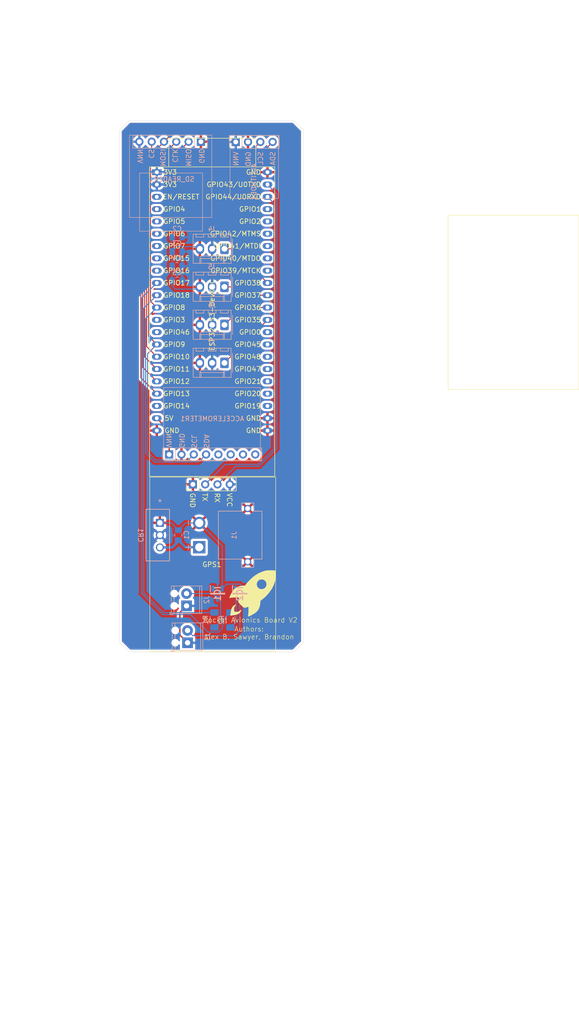
<source format=kicad_pcb>
(kicad_pcb (version 20240108) (generator "pcbnew") (generator_version "8.0")
  (layers (0 "F.Cu" signal) (31 "B.Cu" signal) (34 "B.Paste" user) (35 "F.Paste" user) (36 "B.SilkS" user "B.Silkscreen") (37 "F.SilkS" user "F.Silkscreen") (38 "B.Mask" user) (39 "F.Mask" user) (44 "Edge.Cuts" user))
  (net 0 "")
  (net 1 "SCL")
  (net 3 "GND")
  (net 4 "SDA")
  (net 6 "+5V")
  (net 9 "+3V3")
  (net 10 "TX")
  (net 11 "RX")
  (net 12 "CS")
  (net 13 "MOSI")
  (net 14 "CLK")
  (net 15 "MISO")
  (net 20 "Net-(IC1-B)")
  (net 21 "servo1")
  (net 31 "Net-(IC1-C)")
  (net 34 "servo2")
  (net 35 "Net-(CR1-VIN)")
  (net 36 "Net-(IC2-B)")
  (net 37 "Net-(IC2-C)")
  (net 38 "Parachute1")
  (net 39 "Parachute2")
  (net 40 "servo3")
  (net 41 "servo4")
  (footprint "Connector_PinHeader_2.54mm:PinHeader_1x04_P2.54mm_Vertical" (layer "F.Cu") (at 147.79 105.09 90)
    (property "Reference" "GPS1" (at -16.55 3.92 0) (layer "F.SilkS"))
    (property "Value" "Conn_01x04")
    (pad "1" thru_hole rect (at 0 0 90) (size 1.7 1.7) (drill 1) (layers "*.Cu" "*.Mask") (net 3 "GND"))
    (pad "2" thru_hole oval (at 0 2.54 90) (size 1.7 1.7) (drill 1) (layers "*.Cu" "*.Mask") (net 10 "TX"))
    (pad "3" thru_hole oval (at 0 5.08 90) (size 1.7 1.7) (drill 1) (layers "*.Cu" "*.Mask") (net 11 "RX"))
    (pad "4" thru_hole oval (at 0 7.62 90) (size 1.7 1.7) (drill 1) (layers "*.Cu" "*.Mask") (net 9 "+3V3"))
  )
  (footprint "LOGO" (layer "F.Cu") (at 160.02 127.635)
    (property "Reference" "G***" (hide yes))
    (property "Value" "LOGO" (hide yes))
  )
  (footprint "PCM_Espressif:ESP32-S3-DevKitC" (layer "F.Cu") (at 140.335 40.64)
    (property "Reference" "U1" (hide yes))
    (property "Value" "ESP32-S3-DevKitC" (at 11.42632 29.46128 90) (layer "F.SilkS"))
    (fp_text user "GPIO21" (at 21.59 43.18 0) (layer "F.SilkS") (effects (justify right)))
    (fp_text user "GPIO14" (at 1.27 48.26 0) (layer "F.SilkS") (effects (justify left)))
    (fp_text user "GPIO8" (at 1.27 27.94 0) (layer "F.SilkS") (effects (justify left)))
    (fp_text user "GPIO45" (at 21.59 35.56 0) (layer "F.SilkS") (effects (justify right)))
    (fp_text user "GPIO10" (at 1.27 38.1 0) (layer "F.SilkS") (effects (justify left)))
    (fp_text user "3V3" (at 1.27 2.54 0) (layer "F.SilkS") (effects (justify left)))
    (fp_text user "GPIO3" (at 1.27 30.48 0) (layer "F.SilkS") (effects (justify left)))
    (fp_text user "GPIO4" (at 1.27 7.62 0) (layer "F.SilkS") (effects (justify left)))
    (fp_text user "3V3" (at 1.27 0 0) (layer "F.SilkS") (effects (justify left)))
    (fp_text user "GND" (at 21.59 50.8 0) (layer "F.SilkS") (effects (justify right)))
    (fp_text user "GPIO40/MTDO" (at 21.59 17.78 0) (layer "F.SilkS") (effects (justify right)))
    (fp_text user "GPIO1" (at 21.59 7.62 0) (layer "F.SilkS") (effects (justify right)))
    (fp_text user "GPIO42/MTMS" (at 21.59 12.7 0) (layer "F.SilkS") (effects (justify right)))
    (fp_text user "GND" (at 21.59 53.34 0) (layer "F.SilkS") (effects (justify right)))
    (fp_text user "GPIO47" (at 21.59 40.64 0) (layer "F.SilkS") (effects (justify right)))
    (fp_text user "GPIO0" (at 21.59 33.02 0) (layer "F.SilkS") (effects (justify right)))
    (fp_text user "GND" (at 1.52032 53.33728 0) (layer "F.SilkS") (effects (justify left)))
    (fp_text user "GPIO15" (at 1.27 17.78 0) (layer "F.SilkS") (effects (justify left)))
    (fp_text user "GPIO35" (at 21.59 30.48 0) (layer "F.SilkS") (effects (justify right)))
    (fp_text user "GPIO43/U0TXD" (at 21.59 2.54 0) (layer "F.SilkS") (effects (justify right)))
    (fp_text user "GPIO7" (at 1.27 15.24 0) (layer "F.SilkS") (effects (justify left)))
    (fp_text user "GPIO9" (at 1.27 35.56 0) (layer "F.SilkS") (effects (justify left)))
    (fp_text user "GPIO38" (at 21.59 22.86 0) (layer "F.SilkS") (effects (justify right)))
    (fp_text user "GPIO39/MTCK" (at 21.59 20.32 0) (layer "F.SilkS") (effects (justify right)))
    (fp_text user "GPIO16" (at 1.27 20.32 0) (layer "F.SilkS") (effects (justify left)))
    (fp_text user "GPIO48" (at 21.59 38.1 0) (layer "F.SilkS") (effects (justify right)))
    (fp_text user "GPIO11" (at 1.27 40.64 0) (layer "F.SilkS") (effects (justify left)))
    (fp_text user "EN/RESET" (at 8.88632 5.07728 0) (layer "F.SilkS") (effects (justify right)))
    (fp_text user "GND" (at 21.59 0 0) (layer "F.SilkS") (effects (justify right)))
    (fp_text user "GPIO18" (at 1.27 25.4 0) (layer "F.SilkS") (effects (justify left)))
    (fp_text user "GPIO12" (at 1.27 43.18 0) (layer "F.SilkS") (effects (justify left)))
    (fp_text user "GPIO44/U0RXD" (at 21.59 5.08 0) (layer "F.SilkS") (effects (justify right)))
    (fp_text user "5V" (at 1.52032 50.79728 0) (layer "F.SilkS") (effects (justify left)))
    (fp_text user "GPIO19" (at 21.59 48.26 0) (layer "F.SilkS") (effects (justify right)))
    (fp_text user "GPIO20" (at 21.59 45.72 0) (layer "F.SilkS") (effects (justify right)))
    (fp_text user "GPIO6" (at 1.27 12.7 0) (layer "F.SilkS") (effects (justify left)))
    (fp_text user "GPIO36" (at 21.59 27.94 0) (layer "F.SilkS") (effects (justify right)))
    (fp_text user "GPIO17" (at 1.27 22.86 0) (layer "F.SilkS") (effects (justify left)))
    (fp_text user "GPIO5" (at 1.27 10.16 0) (layer "F.SilkS") (effects (justify left)))
    (fp_text user "GPIO46" (at 1.27 33.02 0) (layer "F.SilkS") (effects (justify left)))
    (fp_text user "GPIO37" (at 21.59 25.4 0) (layer "F.SilkS") (effects (justify right)))
    (fp_text user "GPIO13" (at 1.27 45.72 0) (layer "F.SilkS") (effects (justify left)))
    (fp_text user "GPIO41/MTDI" (at 21.59 15.24 0) (layer "F.SilkS") (effects (justify right)))
    (fp_text user "GPIO2" (at 21.59 10.16 0) (layer "F.SilkS") (effects (justify right)))
    (pad "1" thru_hole rect (at 0 0 270) (size 1.2 2) (drill 0.8) (layers "*.Cu" "*.Mask") (net 9 "+3V3"))
    (pad "2" thru_hole oval (at 0 2.54 270) (size 1.2 2) (drill 0.8) (layers "*.Cu" "*.Mask") (net 9 "+3V3"))
    (pad "3" thru_hole oval (at 0 5.08 270) (size 1.2 2) (drill 0.8) (layers "*.Cu" "*.Mask"))
    (pad "4" thru_hole oval (at 0 7.62 270) (size 1.2 2) (drill 0.8) (layers "*.Cu" "*.Mask"))
    (pad "5" thru_hole oval (at 0 10.16 270) (size 1.2 2) (drill 0.8) (layers "*.Cu" "*.Mask"))
    (pad "6" thru_hole oval (at 0 12.7 270) (size 1.2 2) (drill 0.8) (layers "*.Cu" "*.Mask"))
    (pad "7" thru_hole oval (at 0 15.24 270) (size 1.2 2) (drill 0.8) (layers "*.Cu" "*.Mask"))
    (pad "8" thru_hole oval (at 0 17.78 270) (size 1.2 2) (drill 0.8) (layers "*.Cu" "*.Mask"))
    (pad "9" thru_hole oval (at 0 20.32 270) (size 1.2 2) (drill 0.8) (layers "*.Cu" "*.Mask"))
    (pad "10" thru_hole oval (at 0 22.86 270) (size 1.2 2) (drill 0.8) (layers "*.Cu" "*.Mask") (net 39 "Parachute2"))
    (pad "11" thru_hole oval (at 0 25.4 270) (size 1.2 2) (drill 0.8) (layers "*.Cu" "*.Mask") (net 38 "Parachute1"))
    (pad "12" thru_hole oval (at 0 27.94 270) (size 1.2 2) (drill 0.8) (layers "*.Cu" "*.Mask") (net 4 "SDA"))
    (pad "13" thru_hole oval (at 0 30.48 270) (size 1.2 2) (drill 0.8) (layers "*.Cu" "*.Mask"))
    (pad "14" thru_hole oval (at 0 33.02 270) (size 1.2 2) (drill 0.8) (layers "*.Cu" "*.Mask"))
    (pad "15" thru_hole oval (at 0 35.56 270) (size 1.2 2) (drill 0.8) (layers "*.Cu" "*.Mask") (net 1 "SCL"))
    (pad "16" thru_hole oval (at 0 38.1 270) (size 1.2 2) (drill 0.8) (layers "*.Cu" "*.Mask") (net 12 "CS"))
    (pad "17" thru_hole oval (at 0 40.64 270) (size 1.2 2) (drill 0.8) (layers "*.Cu" "*.Mask") (net 13 "MOSI"))
    (pad "18" thru_hole oval (at 0 43.18 270) (size 1.2 2) (drill 0.8) (layers "*.Cu" "*.Mask") (net 14 "CLK"))
    (pad "19" thru_hole oval (at 0 45.72 270) (size 1.2 2) (drill 0.8) (layers "*.Cu" "*.Mask") (net 15 "MISO"))
    (pad "20" thru_hole oval (at -0.00368 48.25728 270) (size 1.2 2) (drill 0.8) (layers "*.Cu" "*.Mask"))
    (pad "21" thru_hole oval (at -0.00368 50.79728 270) (size 1.2 2) (drill 0.8) (layers "*.Cu" "*.Mask") (net 6 "+5V"))
    (pad "22" thru_hole oval (at -0.00368 53.33728 270) (size 1.2 2) (drill 0.8) (layers "*.Cu" "*.Mask") (net 3 "GND"))
    (pad "23" thru_hole oval (at 22.86 53.34 270) (size 1.2 2) (drill 0.8) (layers "*.Cu" "*.Mask") (net 3 "GND"))
    (pad "24" thru_hole oval (at 22.86 50.8 270) (size 1.2 2) (drill 0.8) (layers "*.Cu" "*.Mask") (net 3 "GND"))
    (pad "25" thru_hole oval (at 22.86 48.26 270) (size 1.2 2) (drill 0.8) (layers "*.Cu" "*.Mask"))
    (pad "26" thru_hole oval (at 22.86 45.72 270) (size 1.2 2) (drill 0.8) (layers "*.Cu" "*.Mask"))
    (pad "27" thru_hole oval (at 22.86 43.18 270) (size 1.2 2) (drill 0.8) (layers "*.Cu" "*.Mask"))
    (pad "28" thru_hole oval (at 22.86 40.64 270) (size 1.2 2) (drill 0.8) (layers "*.Cu" "*.Mask"))
    (pad "29" thru_hole oval (at 22.86 38.1 270) (size 1.2 2) (drill 0.8) (layers "*.Cu" "*.Mask"))
    (pad "30" thru_hole oval (at 22.86 35.56 270) (size 1.2 2) (drill 0.8) (layers "*.Cu" "*.Mask"))
    (pad "31" thru_hole oval (at 22.86 33.02 270) (size 1.2 2) (drill 0.8) (layers "*.Cu" "*.Mask"))
    (pad "32" thru_hole oval (at 22.86 30.48 270) (size 1.2 2) (drill 0.8) (layers "*.Cu" "*.Mask") (net 41 "servo4"))
    (pad "33" thru_hole oval (at 22.86 27.94 270) (size 1.2 2) (drill 0.8) (layers "*.Cu" "*.Mask") (net 40 "servo3"))
    (pad "34" thru_hole oval (at 22.86 25.4 270) (size 1.2 2) (drill 0.8) (layers "*.Cu" "*.Mask") (net 34 "servo2"))
    (pad "35" thru_hole oval (at 22.86 22.86 270) (size 1.2 2) (drill 0.8) (layers "*.Cu" "*.Mask") (net 21 "servo1"))
    (pad "36" thru_hole oval (at 22.86 20.32 270) (size 1.2 2) (drill 0.8) (layers "*.Cu" "*.Mask"))
    (pad "37" thru_hole oval (at 22.86 17.78 270) (size 1.2 2) (drill 0.8) (layers "*.Cu" "*.Mask"))
    (pad "38" thru_hole oval (at 22.86 15.24 270) (size 1.2 2) (drill 0.8) (layers "*.Cu" "*.Mask"))
    (pad "39" thru_hole oval (at 22.86 12.7 270) (size 1.2 2) (drill 0.8) (layers "*.Cu" "*.Mask"))
    (pad "40" thru_hole oval (at 22.86 10.16 270) (size 1.2 2) (drill 0.8) (layers "*.Cu" "*.Mask"))
    (pad "41" thru_hole oval (at 22.86 7.62 270) (size 1.2 2) (drill 0.8) (layers "*.Cu" "*.Mask"))
    (pad "42" thru_hole oval (at 22.86 5.08 270) (size 1.2 2) (drill 0.8) (layers "*.Cu" "*.Mask") (net 10 "TX"))
    (pad "43" thru_hole oval (at 22.86 2.54 270) (size 1.2 2) (drill 0.8) (layers "*.Cu" "*.Mask") (net 11 "RX"))
    (pad "44" thru_hole oval (at 22.86 0 270) (size 1.2 2) (drill 0.8) (layers "*.Cu" "*.Mask") (net 3 "GND"))
  )
  (footprint "Connector_Molex:Molex_KK-254_AE-6410-03A_1x03_P2.54mm_Vertical" (layer "B.Cu") (at 154.305 56.46 180)
    (property "Reference" "J4" (at 2.54 4.12 0) (layer "B.SilkS") (effects (justify mirror)))
    (property "Value" "Conn_01x03")
    (pad "1" thru_hole roundrect (at 0 0 180) (size 1.74 2.19) (drill 1.19) (layers "*.Cu" "*.Mask") (roundrect_rratio 0.143678) (net 21 "servo1"))
    (pad "2" thru_hole oval (at 2.54 0 180) (size 1.74 2.19) (drill 1.19) (layers "*.Cu" "*.Mask") (net 9 "+3V3"))
    (pad "3" thru_hole oval (at 5.08 0 180) (size 1.74 2.19) (drill 1.19) (layers "*.Cu" "*.Mask") (net 3 "GND"))
  )
  (footprint "Resistor_SMD:R_1206_3216Metric_Pad1.30x1.75mm_HandSolder" (layer "B.Cu") (at 155.535 133.08 -90)
    (property "Reference" "R2" (at 0 1.82 90) (layer "B.SilkS") (effects (justify mirror)))
    (property "Value" "R_US")
    (pad "1" smd roundrect (at -1.55 0 270) (size 1.3 1.75) (layers "B.Cu" "B.Paste" "B.Mask") (roundrect_rratio 0.192308) (net 39 "Parachute2"))
    (pad "2" smd roundrect (at 1.55 0 270) (size 1.3 1.75) (layers "B.Cu" "B.Paste" "B.Mask") (roundrect_rratio 0.192308) (net 36 "Net-(IC2-B)"))
  )
  (footprint "TerminalBlock_Phoenix:TerminalBlock_Phoenix_MPT-0,5-2-2.54_1x02_P2.54mm_Horizontal" (layer "B.Cu") (at 146.685 137.795 90)
    (property "Reference" "J3" (at 1.27 4.16 90) (layer "B.SilkS") (effects (justify mirror)))
    (property "Value" "Screw_Terminal_01x02")
    (pad "" np_thru_hole circle (at 0 -2.54 90) (size 1.1 1.1) (drill 1.1) (layers "*.Cu" "*.Mask"))
    (pad "" np_thru_hole circle (at 2.54 -2.54 90) (size 1.1 1.1) (drill 1.1) (layers "*.Cu" "*.Mask"))
    (pad "1" thru_hole rect (at 0 0 90) (size 2.2 2.2) (drill 1.1) (layers "*.Cu" "*.Mask") (net 9 "+3V3"))
    (pad "2" thru_hole circle (at 2.54 0 90) (size 2.2 2.2) (drill 1.1) (layers "*.Cu" "*.Mask") (net 37 "Net-(IC2-C)"))
  )
  (footprint "SamacSys_Parts:SOT96P237X111-3N" (layer "B.Cu") (at 152.895 127.655 -90)
    (property "Reference" "IC1" (at 0 0 90) (layer "B.SilkS") (effects (font (size 1.27 1.27) (thickness 0.254)) (justify mirror)))
    (property "Value" "MMBT2222ALT1G" (hide yes))
    (pad "1" smd rect (at -1.05 0.955 180) (size 0.6 1.25) (layers "B.Cu" "B.Paste" "B.Mask") (net 20 "Net-(IC1-B)"))
    (pad "2" smd rect (at -1.05 -0.955 180) (size 0.6 1.25) (layers "B.Cu" "B.Paste" "B.Mask") (net 3 "GND"))
    (pad "3" smd rect (at 1.05 0 180) (size 0.6 1.25) (layers "B.Cu" "B.Paste" "B.Mask") (net 31 "Net-(IC1-C)"))
  )
  (footprint "Connector_Molex:Molex_KK-254_AE-6410-03A_1x03_P2.54mm_Vertical" (layer "B.Cu") (at 154.305 80.01 180)
    (property "Reference" "J7" (at 2.54 4.12 0) (layer "B.SilkS") (effects (justify mirror)))
    (property "Value" "Conn_01x03")
    (pad "1" thru_hole roundrect (at 0 0 180) (size 1.74 2.19) (drill 1.19) (layers "*.Cu" "*.Mask") (roundrect_rratio 0.143678) (net 41 "servo4"))
    (pad "2" thru_hole oval (at 2.54 0 180) (size 1.74 2.19) (drill 1.19) (layers "*.Cu" "*.Mask") (net 9 "+3V3"))
    (pad "3" thru_hole oval (at 5.08 0 180) (size 1.74 2.19) (drill 1.19) (layers "*.Cu" "*.Mask") (net 3 "GND"))
  )
  (footprint "SamacSys_Parts:SOT96P237X111-3N" (layer "B.Cu") (at 157.485 127.655 -90)
    (property "Reference" "IC2" (at 0 0 90) (layer "B.SilkS") (effects (font (size 1.27 1.27) (thickness 0.254)) (justify mirror)))
    (property "Value" "MMBT2222ALT1G" (hide yes))
    (pad "1" smd rect (at -1.05 0.955 180) (size 0.6 1.25) (layers "B.Cu" "B.Paste" "B.Mask") (net 36 "Net-(IC2-B)"))
    (pad "2" smd rect (at -1.05 -0.955 180) (size 0.6 1.25) (layers "B.Cu" "B.Paste" "B.Mask") (net 3 "GND"))
    (pad "3" smd rect (at 1.05 0 180) (size 0.6 1.25) (layers "B.Cu" "B.Paste" "B.Mask") (net 37 "Net-(IC2-C)"))
  )
  (footprint "Capacitor_SMD:C_0805_2012Metric_Pad1.18x1.45mm_HandSolder" (layer "B.Cu") (at 144.525 63.05 180)
    (property "Reference" "C5" (at 0 1.68 0) (layer "B.SilkS") (effects (justify mirror)))
    (property "Value" "C")
    (pad "1" smd roundrect (at -1.0375 0 180) (size 1.175 1.45) (layers "B.Cu" "B.Paste" "B.Mask") (roundrect_rratio 0.212766) (net 9 "+3V3"))
    (pad "2" smd roundrect (at 1.0375 0 180) (size 1.175 1.45) (layers "B.Cu" "B.Paste" "B.Mask") (roundrect_rratio 0.212766) (net 3 "GND"))
  )
  (footprint "Connector_PinHeader_2.54mm:PinHeader_1x06_P2.54mm_Vertical" (layer "B.Cu") (at 149.43685 34.339183 90)
    (property "Reference" "SD_READER1" (at -7.740817 -6.006849 0) (layer "B.SilkS") (effects (justify mirror)))
    (property "Value" "Conn_01x06")
    (pad "1" thru_hole rect (at 0 0 90) (size 1.7 1.7) (drill 1) (layers "*.Cu" "*.Mask") (net 3 "GND"))
    (pad "2" thru_hole oval (at 0 -2.54 90) (size 1.7 1.7) (drill 1) (layers "*.Cu" "*.Mask") (net 15 "MISO"))
    (pad "3" thru_hole oval (at 0 -5.08 90) (size 1.7 1.7) (drill 1) (layers "*.Cu" "*.Mask") (net 14 "CLK"))
    (pad "4" thru_hole oval (at 0 -7.62 90) (size 1.7 1.7) (drill 1) (layers "*.Cu" "*.Mask") (net 13 "MOSI"))
    (pad "5" thru_hole oval (at 0 -10.16 90) (size 1.7 1.7) (drill 1) (layers "*.Cu" "*.Mask") (net 12 "CS"))
    (pad "6" thru_hole oval (at 0 -12.7 90) (size 1.7 1.7) (drill 1) (layers "*.Cu" "*.Mask") (net 9 "+3V3"))
  )
  (footprint "Connector_Molex:Molex_KK-254_AE-6410-03A_1x03_P2.54mm_Vertical" (layer "B.Cu") (at 154.305 72.16 180)
    (property "Reference" "J6" (at 2.54 4.12 0) (layer "B.SilkS") (effects (justify mirror)))
    (property "Value" "Conn_01x03")
    (pad "1" thru_hole roundrect (at 0 0 180) (size 1.74 2.19) (drill 1.19) (layers "*.Cu" "*.Mask") (roundrect_rratio 0.143678) (net 40 "servo3"))
    (pad "2" thru_hole oval (at 2.54 0 180) (size 1.74 2.19) (drill 1.19) (layers "*.Cu" "*.Mask") (net 9 "+3V3"))
    (pad "3" thru_hole oval (at 5.08 0 180) (size 1.74 2.19) (drill 1.19) (layers "*.Cu" "*.Mask") (net 3 "GND"))
  )
  (footprint "XT30PW-M:AMASS_XT30PW-M" (layer "B.Cu") (at 159.09925 115.57 90)
    (property "Reference" "J1" (at -0.0625 -2.81 90) (layer "B.SilkS") (effects (justify mirror)))
    (property "Value" "XT30PW-M")
    (pad "N" thru_hole circle (at 2.5 -10 90) (size 2.55 2.55) (drill 1.7) (layers "*.Cu" "*.Mask") (net 3 "GND"))
    (pad "P" thru_hole rect (at -2.5 -10 90) (size 2.55 2.55) (drill 1.7) (layers "*.Cu" "*.Mask") (net 35 "Net-(CR1-VIN)"))
    (pad "S1" thru_hole circle (at 5.5 0 90) (size 1.508 1.508) (drill 1) (layers "*.Cu" "*.Mask") (net 3 "GND"))
    (pad "S2" thru_hole circle (at -5.5 0 90) (size 1.508 1.508) (drill 1) (layers "*.Cu" "*.Mask") (net 3 "GND"))
  )
  (footprint "LD1117V33:TO-220_STM" (layer "B.Cu") (at 140.97 113.03 -90)
    (property "Reference" "CR1" (at 2.54 4 -90) (layer "B.SilkS") (effects (justify mirror)))
    (property "Value" "LD1117V33")
    (pad "1" thru_hole rect (at 0 0 270) (size 1.651 1.651) (drill 1.143) (layers "*.Cu" "*.Mask") (net 3 "GND"))
    (pad "2" thru_hole circle (at 2.54 0 270) (size 1.651 1.651) (drill 1.143) (layers "*.Cu" "*.Mask") (net 9 "+3V3"))
    (pad "3" thru_hole circle (at 5.08 0 270) (size 1.651 1.651) (drill 1.143) (layers "*.Cu" "*.Mask") (net 35 "Net-(CR1-VIN)"))
  )
  (footprint "Resistor_SMD:R_1206_3216Metric_Pad1.30x1.75mm_HandSolder" (layer "B.Cu") (at 152.245 133.08 -90)
    (property "Reference" "R1" (at 0 1.82 90) (layer "B.SilkS") (effects (justify mirror)))
    (property "Value" "R_US")
    (pad "1" smd roundrect (at -1.55 0 270) (size 1.3 1.75) (layers "B.Cu" "B.Paste" "B.Mask") (roundrect_rratio 0.192308) (net 38 "Parachute1"))
    (pad "2" smd roundrect (at 1.55 0 270) (size 1.3 1.75) (layers "B.Cu" "B.Paste" "B.Mask") (roundrect_rratio 0.192308) (net 20 "Net-(IC1-B)"))
  )
  (footprint "Capacitor_SMD:C_0805_2012Metric_Pad1.18x1.45mm_HandSolder" (layer "B.Cu") (at 144.525 54.02 180)
    (property "Reference" "C2" (at 0 1.68 0) (layer "B.SilkS") (effects (justify mirror)))
    (property "Value" "C")
    (pad "1" smd roundrect (at -1.0375 0 180) (size 1.175 1.45) (layers "B.Cu" "B.Paste" "B.Mask") (roundrect_rratio 0.212766) (net 9 "+3V3"))
    (pad "2" smd roundrect (at 1.0375 0 180) (size 1.175 1.45) (layers "B.Cu" "B.Paste" "B.Mask") (roundrect_rratio 0.212766) (net 3 "GND"))
  )
  (footprint "Capacitor_SMD:C_0805_2012Metric_Pad1.18x1.45mm_HandSolder" (layer "B.Cu") (at 144.525 57.03 180)
    (property "Reference" "C3" (at 0 1.68 0) (layer "B.SilkS") (effects (justify mirror)))
    (property "Value" "C")
    (pad "1" smd roundrect (at -1.0375 0 180) (size 1.175 1.45) (layers "B.Cu" "B.Paste" "B.Mask") (roundrect_rratio 0.212766) (net 9 "+3V3"))
    (pad "2" smd roundrect (at 1.0375 0 180) (size 1.175 1.45) (layers "B.Cu" "B.Paste" "B.Mask") (roundrect_rratio 0.212766) (net 3 "GND"))
  )
  (footprint "TerminalBlock_Phoenix:TerminalBlock_Phoenix_MPT-0,5-2-2.54_1x02_P2.54mm_Horizontal" (layer "B.Cu") (at 146.475 130.175 90)
    (property "Reference" "J2" (at 1.27 4.16 90) (layer "B.SilkS") (effects (justify mirror)))
    (property "Value" "Screw_Terminal_01x02")
    (pad "" np_thru_hole circle (at 0 -2.54 90) (size 1.1 1.1) (drill 1.1) (layers "*.Cu" "*.Mask"))
    (pad "" np_thru_hole circle (at 2.54 -2.54 90) (size 1.1 1.1) (drill 1.1) (layers "*.Cu" "*.Mask"))
    (pad "1" thru_hole rect (at 0 0 90) (size 2.2 2.2) (drill 1.1) (layers "*.Cu" "*.Mask") (net 9 "+3V3"))
    (pad "2" thru_hole circle (at 2.54 0 90) (size 2.2 2.2) (drill 1.1) (layers "*.Cu" "*.Mask") (net 31 "Net-(IC1-C)"))
  )
  (footprint "Connector_Molex:Molex_KK-254_AE-6410-03A_1x03_P2.54mm_Vertical" (layer "B.Cu") (at 154.305 64.31 180)
    (property "Reference" "J5" (at 2.54 4.12 0) (layer "B.SilkS") (effects (justify mirror)))
    (property "Value" "Conn_01x03")
    (pad "1" thru_hole roundrect (at 0 0 180) (size 1.74 2.19) (drill 1.19) (layers "*.Cu" "*.Mask") (roundrect_rratio 0.143678) (net 34 "servo2"))
    (pad "2" thru_hole oval (at 2.54 0 180) (size 1.74 2.19) (drill 1.19) (layers "*.Cu" "*.Mask") (net 9 "+3V3"))
    (pad "3" thru_hole oval (at 5.08 0 180) (size 1.74 2.19) (drill 1.19) (layers "*.Cu" "*.Mask") (net 3 "GND"))
  )
  (footprint "Connector_PinHeader_2.54mm:PinHeader_1x08_P2.54mm_Vertical" (layer "B.Cu") (at 142.89 98.917093 -90)
    (property "Reference" "ACCELEROMETER1" (at -7.383017 -8.89 0) (layer "B.SilkS") (effects (justify mirror)))
    (property "Value" "Conn_01x08")
    (pad "1" thru_hole rect (at 0 0 270) (size 1.7 1.7) (drill 1) (layers "*.Cu" "*.Mask") (net 6 "+5V"))
    (pad "2" thru_hole oval (at 0 -2.54 270) (size 1.7 1.7) (drill 1) (layers "*.Cu" "*.Mask") (net 3 "GND"))
    (pad "3" thru_hole oval (at 0 -5.08 270) (size 1.7 1.7) (drill 1) (layers "*.Cu" "*.Mask") (net 1 "SCL"))
    (pad "4" thru_hole oval (at 0 -7.62 270) (size 1.7 1.7) (drill 1) (layers "*.Cu" "*.Mask") (net 4 "SDA"))
    (pad "5" thru_hole oval (at 0 -10.16 270) (size 1.7 1.7) (drill 1) (layers "*.Cu" "*.Mask"))
    (pad "6" thru_hole oval (at 0 -12.7 270) (size 1.7 1.7) (drill 1) (layers "*.Cu" "*.Mask"))
    (pad "7" thru_hole oval (at 0 -15.24 270) (size 1.7 1.7) (drill 1) (layers "*.Cu" "*.Mask"))
    (pad "8" thru_hole oval (at 0 -17.78 270) (size 1.7 1.7) (drill 1) (layers "*.Cu" "*.Mask"))
  )
  (footprint "Connector_PinHeader_2.54mm:PinHeader_1x04_P2.54mm_Vertical" (layer "B.Cu") (at 156.635 34.385 -90)
    (property "Reference" "ALTITUDE1" (at 8.255 -3.751729 90) (layer "B.SilkS") (effects (justify mirror)))
    (property "Value" "Conn_01x04")
    (pad "1" thru_hole rect (at 0 0 270) (size 1.7 1.7) (drill 1) (layers "*.Cu" "*.Mask") (net 9 "+3V3"))
    (pad "2" thru_hole oval (at 0 -2.54 270) (size 1.7 1.7) (drill 1) (layers "*.Cu" "*.Mask") (net 3 "GND"))
    (pad "3" thru_hole oval (at 0 -5.08 270) (size 1.7 1.7) (drill 1) (layers "*.Cu" "*.Mask") (net 1 "SCL"))
    (pad "4" thru_hole oval (at 0 -7.62 270) (size 1.7 1.7) (drill 1) (layers "*.Cu" "*.Mask") (net 4 "SDA"))
  )
  (footprint "Capacitor_SMD:C_0805_2012Metric_Pad1.18x1.45mm_HandSolder" (layer "B.Cu") (at 144.78 115.57 90)
    (property "Reference" "C1" (at 0 1.68 90) (layer "B.SilkS") (effects (justify mirror)))
    (property "Value" "C")
    (pad "1" smd roundrect (at -1.0375 0 90) (size 1.175 1.45) (layers "B.Cu" "B.Paste" "B.Mask") (roundrect_rratio 0.212766) (net 35 "Net-(CR1-VIN)"))
    (pad "2" smd roundrect (at 1.0375 0 90) (size 1.175 1.45) (layers "B.Cu" "B.Paste" "B.Mask") (roundrect_rratio 0.212766) (net 3 "GND"))
  )
  (footprint "Capacitor_SMD:C_0805_2012Metric_Pad1.18x1.45mm_HandSolder" (layer "B.Cu") (at 144.525 60.04 180)
    (property "Reference" "C4" (at 0 1.68 0) (layer "B.SilkS") (effects (justify mirror)))
    (property "Value" "C")
    (pad "1" smd roundrect (at -1.0375 0 180) (size 1.175 1.45) (layers "B.Cu" "B.Paste" "B.Mask") (roundrect_rratio 0.212766) (net 9 "+3V3"))
    (pad "2" smd roundrect (at 1.0375 0 180) (size 1.175 1.45) (layers "B.Cu" "B.Paste" "B.Mask") (roundrect_rratio 0.212766) (net 3 "GND"))
  )
  (gr_rect (start 155.466729 33.071329) (end 165.466729 46.071329) (stroke (width 0.1)) (fill none) (layer "B.SilkS"))
  (gr_rect (start 136.780001 40.81) (end 149.780001 52.81) (stroke (width 0.1)) (fill none) (layer "B.SilkS"))
  (gr_rect (start 141.737509 85.09) (end 161.737509 100.09) (stroke (width 0.1)) (fill none) (layer "B.SilkS"))
  (gr_rect (start 134.685001 32.985) (end 151.685001 49.985) (stroke (width 0.1)) (fill none) (layer "B.SilkS"))
  (gr_rect (start 200.5 49.5) (end 227.5 85.5) (stroke (width 0.1)) (fill none) (layer "F.SilkS"))
  (gr_rect (start 138.89 103.6) (end 164.89 139.6) (stroke (width 0.1)) (fill none) (layer "F.SilkS"))
  (gr_line (start 170.605 31.94) (end 168.605 29.94) (stroke (width 0.05)) (layer "Edge.Cuts"))
  (gr_line (start 132.605 31.94) (end 132.62 137.7) (stroke (width 0.05)) (layer "Edge.Cuts"))
  (gr_line (start 170.62 137.7) (end 168.62 139.7) (stroke (width 0.05)) (layer "Edge.Cuts"))
  (gr_line (start 134.62 139.7) (end 132.62 137.7) (stroke (width 0.05)) (layer "Edge.Cuts"))
  (gr_line (start 170.605 31.94) (end 170.62 137.7) (stroke (width 0.05)) (layer "Edge.Cuts"))
  (gr_line (start 134.605 29.94) (end 132.605 31.94) (stroke (width 0.05)) (layer "Edge.Cuts"))
  (gr_line (start 168.605 29.94) (end 134.605 29.94) (stroke (width 0.05)) (layer "Edge.Cuts"))
  (gr_line (start 168.62 139.7) (end 134.62 139.7) (stroke (width 0.05)) (layer "Edge.Cuts"))
  (gr_text "SDA" (at 149.992509 97.67 -90) (layer "B.SilkS") (effects (font (size 1 1)) (justify left bottom mirror)))
  (gr_text "MOSI" (at 140.97 39.54 -90) (layer "B.SilkS") (effects (font (size 1 1)) (justify left bottom mirror)))
  (gr_text "GND" (at 148.995001 38.905 -90) (layer "B.SilkS") (effects (font (size 1 1)) (justify left bottom mirror)))
  (gr_text "GND" (at 144.912509 97.67 -90) (layer "B.SilkS") (effects (font (size 1 1)) (justify left bottom mirror)))
  (gr_text "CLK" (at 143.51 38.735 -90) (layer "B.SilkS") (effects (font (size 1 1)) (justify left bottom mirror)))
  (gr_text "GND" (at 159.81 36.29 90) (layer "B.SilkS") (effects (font (size 1 1)) (justify left bottom mirror)))
  (gr_text "SCL" (at 162.35 36.29 90) (layer "B.SilkS") (effects (font (size 1 1)) (justify left bottom mirror)))
  (gr_text "VNN" (at 136.295001 38.905 -90) (layer "B.SilkS") (effects (font (size 1 1)) (justify left bottom mirror)))
  (gr_text "VNN" (at 142.225 97.587093 -90) (layer "B.SilkS") (effects (font (size 1 1)) (justify left bottom mirror)))
  (gr_text "CS" (at 138.600714 37.897143 -90) (layer "B.SilkS") (effects (font (size 1 1)) (justify left bottom mirror)))
  (gr_text "MISO" (at 146.256678 39.537749 -90) (layer "B.SilkS") (effects (font (size 1 1)) (justify left bottom mirror)))
  (gr_text "SCL" (at 147.452509 97.67 -90) (layer "B.SilkS") (effects (font (size 1 1)) (justify left bottom mirror)))
  (gr_text "VNN" (at 157.27 36.29 90) (layer "B.SilkS") (effects (font (size 1 1)) (justify left bottom mirror)))
  (gr_text "SDA" (at 164.89 36.29 90) (layer "B.SilkS") (effects (font (size 1 1)) (justify left bottom mirror)))
  (gr_text "VCC" (at 154.765 106.775 -90) (layer "F.SilkS") (effects (font (size 1 1)) (justify left bottom)))
  (gr_text "TX" (at 149.685 106.775 -90) (layer "F.SilkS") (effects (font (size 1 1)) (justify left bottom)))
  (gr_text "Rocket Avionics Board V2" (at 149.845 133.695 0) (layer "F.SilkS") (effects (font (size 1 1) (thickness 0.1)) (justify left bottom)))
  (gr_text "RX" (at 152.225 106.775 -90) (layer "F.SilkS") (effects (font (size 1 1)) (justify left bottom)))
  (gr_text "Authors:\nAlex B, Sawyer, Brandon" (at 159.385 137.16 0) (layer "F.SilkS") (effects (font (size 1 1) (thickness 0.1)) (justify bottom)))
  (gr_text "GND" (at 147.145 106.775 -90) (layer "F.SilkS") (effects (font (size 1 1)) (justify left bottom)))
  (segment (start 161.715 34.385) (end 157.765 38.335) (width 0.2) (layer "F.Cu") (net 1))
  (segment (start 138.635 39.234314) (end 138.635 74.5) (width 0.2) (layer "F.Cu") (net 1))
  (segment (start 138.635 74.5) (end 140.335 76.2) (width 0.2) (layer "F.Cu") (net 1))
  (segment (start 139.534314 38.335) (end 138.635 39.234314) (width 0.2) (layer "F.Cu") (net 1))
  (segment (start 157.765 38.335) (end 139.534314 38.335) (width 0.2) (layer "F.Cu") (net 1))
  (segment (start 140.072093 100.067093) (end 138.43 98.425) (width 0.2) (layer "B.Cu") (net 1))
  (segment (start 146.82 100.067093) (end 140.072093 100.067093) (width 0.2) (layer "B.Cu") (net 1))
  (segment (start 147.97 98.917093) (end 146.82 100.067093) (width 0.2) (layer "B.Cu") (net 1))
  (segment (start 138.43 98.425) (end 138.43 78.105) (width 0.2) (layer "B.Cu") (net 1))
  (segment (start 138.43 78.105) (end 140.335 76.2) (width 0.2) (layer "B.Cu") (net 1))
  (segment (start 148.765 64.77) (end 149.225 64.31) (width 0.2) (layer "B.Cu") (net 3))
  (segment (start 143.4875 57.03) (end 144.5125 56.005) (width 0.2) (layer "B.Cu") (net 3))
  (segment (start 143.4875 54.02) (end 143.4875 63.05) (width 0.2) (layer "B.Cu") (net 3))
  (segment (start 149.09925 113.07) (end 146.2425 113.07) (width 0.2) (layer "B.Cu") (net 3))
  (segment (start 154.775 125.68) (end 157.515 125.68) (width 0.2) (layer "B.Cu") (net 3))
  (segment (start 153.85 117.82075) (end 153.85 126.605) (width 0.2) (layer "B.Cu") (net 3))
  (segment (start 143.4875 64.1125) (end 144.145 64.77) (width 0.2) (layer "B.Cu") (net 3))
  (segment (start 143.2775 113.03) (end 140.97 113.03) (width 0.2) (layer "B.Cu") (net 3))
  (segment (start 149.09925 113.07) (end 153.85 117.82075) (width 0.2) (layer "B.Cu") (net 3))
  (segment (start 144.5125 56.005) (end 148.77 56.005) (width 0.2) (layer "B.Cu") (net 3))
  (segment (start 146.2425 113.07) (end 144.78 114.5325) (width 0.2) (layer "B.Cu") (net 3))
  (segment (start 157.515 125.68) (end 158.44 126.605) (width 0.2) (layer "B.Cu") (net 3))
  (segment (start 144.78 114.5325) (end 143.2775 113.03) (width 0.2) (layer "B.Cu") (net 3))
  (segment (start 144.145 64.77) (end 148.765 64.77) (width 0.2) (layer "B.Cu") (net 3))
  (segment (start 153.85 126.605) (end 154.775 125.68) (width 0.2) (layer "B.Cu") (net 3))
  (segment (start 148.77 56.005) (end 149.225 56.46) (width 0.2) (layer "B.Cu") (net 3))
  (segment (start 143.4875 63.05) (end 143.4875 64.1125) (width 0.2) (layer "B.Cu") (net 3))
  (segment (start 139.035 39.4) (end 139.7 38.735) (width 0.2) (layer "F.Cu") (net 4))
  (segment (start 159.905 38.735) (end 164.255 34.385) (width 0.2) (layer "F.Cu") (net 4))
  (segment (start 140.335 68.58) (end 139.035 67.28) (width 0.2) (layer "F.Cu") (net 4))
  (segment (start 139.7 38.735) (end 159.905 38.735) (width 0.2) (layer "F.Cu") (net 4))
  (segment (start 139.035 67.28) (end 139.035 39.4) (width 0.2) (layer "F.Cu") (net 4))
  (segment (start 138.03 98.66) (end 138.03 70.885) (width 0.2) (layer "B.Cu") (net 4))
  (segment (start 148.96 100.467093) (end 139.837093 100.467093) (width 0.2) (layer "B.Cu") (net 4))
  (segment (start 138.03 70.885) (end 140.335 68.58) (width 0.2) (layer "B.Cu") (net 4))
  (segment (start 139.837093 100.467093) (end 138.03 98.66) (width 0.2) (layer "B.Cu") (net 4))
  (segment (start 150.51 98.917093) (end 148.96 100.467093) (width 0.2) (layer "B.Cu") (net 4))
  (segment (start 142.89 98.917093) (end 142.89 93.99596) (width 0.3) (layer "F.Cu") (net 6))
  (segment (start 142.89 93.99596) (end 140.33132 91.43728) (width 0.3) (layer "F.Cu") (net 6))
  (segment (start 145.095 131.555) (end 146.475 130.175) (width 0.3) (layer "F.Cu") (net 9))
  (segment (start 145.095 136.205) (end 145.095 131.555) (width 0.3) (layer "F.Cu") (net 9))
  (segment (start 146.685 137.795) (end 145.095 136.205) (width 0.3) (layer "F.Cu") (net 9))
  (segment (start 164.495 97.76) (end 164.495 47.02) (width 0.2) (layer "B.Cu") (net 10))
  (segment (start 154.455 100.965) (end 161.29 100.965) (width 0.2) (layer "B.Cu") (net 10))
  (segment (start 161.29 100.965) (end 164.495 97.76) (width 0.2) (layer "B.Cu") (net 10))
  (segment (start 164.495 47.02) (end 163.195 45.72) (width 0.2) (layer "B.Cu") (net 10))
  (segment (start 150.33 105.09) (end 154.455 100.965) (width 0.2) (layer "B.Cu") (net 10))
  (segment (start 165.1 45.085) (end 163.195 43.18) (width 0.2) (layer "B.Cu") (net 11))
  (segment (start 156.595 101.365) (end 161.455686 101.365) (width 0.2) (layer "B.Cu") (net 11))
  (segment (start 152.87 105.09) (end 156.595 101.365) (width 0.2) (layer "B.Cu") (net 11))
  (segment (start 165.1 97.720686) (end 165.1 45.085) (width 0.2) (layer "B.Cu") (net 11))
  (segment (start 161.455686 101.365) (end 165.1 97.720686) (width 0.2) (layer "B.Cu") (net 11))
  (segment (start 146.89685 34.339183) (end 143.301033 37.935) (width 0.2) (layer "F.Cu") (net 12))
  (segment (start 139.368628 37.935) (end 138.235 39.068628) (width 0.2) (layer "F.Cu") (net 12))
  (segment (start 138.235 76.64) (end 140.335 78.74) (width 0.2) (layer "F.Cu") (net 12))
  (segment (start 138.235 39.068628) (end 138.235 76.64) (width 0.2) (layer "F.Cu") (net 12))
  (segment (start 143.301033 37.935) (end 139.368628 37.935) (width 0.2) (layer "F.Cu") (net 12))
  (segment (start 144.35685 34.339183) (end 141.161033 37.535) (width 0.2) (layer "F.Cu") (net 13))
  (segment (start 137.835 38.902942) (end 137.835 78.78) (width 0.2) (layer "F.Cu") (net 13))
  (segment (start 137.835 78.78) (end 140.335 81.28) (width 0.2) (layer "F.Cu") (net 13))
  (segment (start 139.202942 37.535) (end 137.835 38.902942) (width 0.2) (layer "F.Cu") (net 13))
  (segment (start 141.161033 37.535) (end 139.202942 37.535) (width 0.2) (layer "F.Cu") (net 13))
  (segment (start 137.435 38.737256) (end 137.435 80.92) (width 0.2) (layer "F.Cu") (net 14))
  (segment (start 142.983073 33.189183) (end 137.435 38.737256) (width 0.2) (layer "F.Cu") (net 14))
  (segment (start 142.96685 33.189183) (end 142.983073 33.189183) (width 0.2) (layer "F.Cu") (net 14))
  (segment (start 137.435 80.92) (end 140.335 83.82) (width 0.2) (layer "F.Cu") (net 14))
  (segment (start 141.81685 34.339183) (end 142.96685 33.189183) (width 0.2) (layer "F.Cu") (net 14))
  (segment (start 137.035 83.06) (end 140.335 86.36) (width 0.2) (layer "F.Cu") (net 15))
  (segment (start 139.27685 34.339183) (end 139.27685 36.32972) (width 0.2) (layer "F.Cu") (net 15))
  (segment (start 137.035 38.57157) (end 137.035 83.06) (width 0.2) (layer "F.Cu") (net 15))
  (segment (start 139.27685 36.32972) (end 137.035 38.57157) (width 0.2) (layer "F.Cu") (net 15))
  (segment (start 153.495 133.38) (end 152.245 134.63) (width 0.2) (layer "B.Cu") (net 20))
  (segment (start 152.44 126.605) (end 153.495 127.66) (width 0.2) (layer "B.Cu") (net 20))
  (segment (start 153.495 127.66) (end 153.495 133.38) (width 0.2) (layer "B.Cu") (net 20))
  (segment (start 151.94 126.605) (end 152.44 126.605) (width 0.2) (layer "B.Cu") (net 20))
  (segment (start 156.155 56.46) (end 163.195 63.5) (width 0.2) (layer "F.Cu") (net 21))
  (segment (start 154.305 56.46) (end 156.155 56.46) (width 0.2) (layer "F.Cu") (net 21))
  (segment (start 151.825 127.635) (end 152.895 128.705) (width 0.2) (layer "B.Cu") (net 31))
  (segment (start 146.475 127.635) (end 151.825 127.635) (width 0.2) (layer "B.Cu") (net 31))
  (segment (start 154.305 64.31) (end 155.75 64.31) (width 0.2) (layer "F.Cu") (net 34))
  (segment (start 155.75 64.31) (end 157.48 66.04) (width 0.2) (layer "F.Cu") (net 34))
  (segment (start 157.48 66.04) (end 163.195 66.04) (width 0.2) (layer "F.Cu") (net 34))
  (segment (start 144.78 116.6075) (end 144.78 116.84) (width 0.2) (layer "B.Cu") (net 35))
  (segment (start 144.78 116.84) (end 143.51 118.11) (width 0.5) (layer "B.Cu") (net 35))
  (segment (start 143.51 118.11) (end 140.97 118.11) (width 0.5) (layer "B.Cu") (net 35))
  (segment (start 149.09925 118.07) (end 146.2425 118.07) (width 0.5) (layer "B.Cu") (net 35))
  (segment (start 146.2425 118.07) (end 144.78 116.6075) (width 0.5) (layer "B.Cu") (net 35))
  (segment (start 156.71 126.785) (end 156.71 133.455) (width 0.2) (layer "B.Cu") (net 36))
  (segment (start 156.53 126.605) (end 156.71 126.785) (width 0.2) (layer "B.Cu") (net 36))
  (segment (start 156.71 133.455) (end 155.535 134.63) (width 0.2) (layer "B.Cu") (net 36))
  (segment (start 157.485 135.25) (end 157.485 128.705) (width 0.2) (layer "B.Cu") (net 37))
  (segment (start 156.380001 136.354999) (end 157.485 135.25) (width 0.2) (layer "B.Cu") (net 37))
  (segment (start 147.784999 136.354999) (end 156.380001 136.354999) (width 0.2) (layer "B.Cu") (net 37))
  (segment (start 146.685 135.255) (end 147.784999 136.354999) (width 0.2) (layer "B.Cu") (net 37))
  (segment (start 141.735 131.575) (end 137.63 127.47) (width 0.2) (layer "B.Cu") (net 38))
  (segment (start 137.63 127.47) (end 137.63 68.745) (width 0.2) (layer "B.Cu") (net 38))
  (segment (start 152.245 131.53) (end 152.2 131.575) (width 0.2) (layer "B.Cu") (net 38))
  (segment (start 137.63 68.745) (end 140.335 66.04) (width 0.2) (layer "B.Cu") (net 38))
  (segment (start 152.2 131.575) (end 141.735 131.575) (width 0.2) (layer "B.Cu") (net 38))
  (segment (start 137.16 127.635) (end 137.23 127.565) (width 0.2) (layer "B.Cu") (net 39))
  (segment (start 153.895 133.17) (end 153.895 134.789744) (width 0.2) (layer "B.Cu") (net 39))
  (segment (start 137.23 66.605) (end 140.335 63.5) (width 0.2) (layer "B.Cu") (net 39))
  (segment (start 153.895 134.789744) (end 153.104744 135.58) (width 0.2) (layer "B.Cu") (net 39))
  (segment (start 147.32 131.975) (end 141.569314 131.975) (width 0.2) (layer "B.Cu") (net 39))
  (segment (start 137.23 127.565) (end 137.23 66.605) (width 0.2) (layer "B.Cu") (net 39))
  (segment (start 137.229314 127.635) (end 137.16 127.635) (width 0.2) (layer "B.Cu") (net 39))
  (segment (start 150.925 135.58) (end 147.32 131.975) (width 0.2) (layer "B.Cu") (net 39))
  (segment (start 153.104744 135.58) (end 150.925 135.58) (width 0.2) (layer "B.Cu") (net 39))
  (segment (start 155.535 131.53) (end 153.895 133.17) (width 0.2) (layer "B.Cu") (net 39))
  (segment (start 141.569314 131.975) (end 137.229314 127.635) (width 0.2) (layer "B.Cu") (net 39))
  (segment (start 157.885 68.58) (end 163.195 68.58) (width 0.2) (layer "F.Cu") (net 40))
  (segment (start 154.305 72.16) (end 157.885 68.58) (width 0.2) (layer "F.Cu") (net 40))
  (segment (start 154.305 80.01) (end 163.195 71.12) (width 0.2) (layer "F.Cu") (net 41))
  (zone (net 3) (net_name "GND") (layer "F.Cu") (connect_pads (clearance 0.5)) (min_thickness 0.25) (fill yes (thermal_gap 0.5) (thermal_bridge_width 0.5))
    (polygon (pts (xy 107.95 8.89) (xy 108.585 214.63) (xy 181.61 212.725) (xy 180.975 6.985)))
  )
  (zone (net 9) (net_name "+3V3") (layer "B.Cu") (priority 1) (connect_pads (clearance 0.5)) (min_thickness 0.25) (fill yes (thermal_gap 0.5) (thermal_bridge_width 0.5))
    (polygon (pts (xy 194.31 216.535) (xy 125.095 215.9) (xy 125.73 5.08) (xy 194.945 5.715)))
  )
)
</source>
